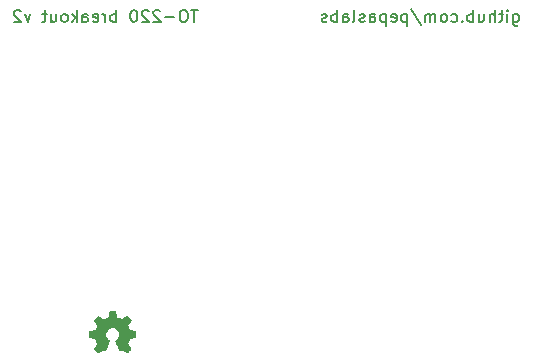
<source format=gbo>
G04 (created by PCBNEW (2013-07-07 BZR 4022)-stable) date 3/26/2014 12:19:48 AM*
%MOIN*%
G04 Gerber Fmt 3.4, Leading zero omitted, Abs format*
%FSLAX34Y34*%
G01*
G70*
G90*
G04 APERTURE LIST*
%ADD10C,0.00590551*%
%ADD11C,0.008*%
%ADD12C,0.0001*%
G04 APERTURE END LIST*
G54D10*
G54D11*
X83835Y-45261D02*
X83607Y-45261D01*
X83721Y-45661D02*
X83721Y-45261D01*
X83397Y-45261D02*
X83321Y-45261D01*
X83283Y-45280D01*
X83245Y-45319D01*
X83226Y-45395D01*
X83226Y-45528D01*
X83245Y-45604D01*
X83283Y-45642D01*
X83321Y-45661D01*
X83397Y-45661D01*
X83435Y-45642D01*
X83473Y-45604D01*
X83492Y-45528D01*
X83492Y-45395D01*
X83473Y-45319D01*
X83435Y-45280D01*
X83397Y-45261D01*
X83054Y-45509D02*
X82749Y-45509D01*
X82578Y-45300D02*
X82559Y-45280D01*
X82521Y-45261D01*
X82426Y-45261D01*
X82388Y-45280D01*
X82369Y-45300D01*
X82349Y-45338D01*
X82349Y-45376D01*
X82369Y-45433D01*
X82597Y-45661D01*
X82349Y-45661D01*
X82197Y-45300D02*
X82178Y-45280D01*
X82140Y-45261D01*
X82045Y-45261D01*
X82007Y-45280D01*
X81988Y-45300D01*
X81969Y-45338D01*
X81969Y-45376D01*
X81988Y-45433D01*
X82216Y-45661D01*
X81969Y-45661D01*
X81721Y-45261D02*
X81683Y-45261D01*
X81645Y-45280D01*
X81626Y-45300D01*
X81607Y-45338D01*
X81588Y-45414D01*
X81588Y-45509D01*
X81607Y-45585D01*
X81626Y-45623D01*
X81645Y-45642D01*
X81683Y-45661D01*
X81721Y-45661D01*
X81759Y-45642D01*
X81778Y-45623D01*
X81797Y-45585D01*
X81816Y-45509D01*
X81816Y-45414D01*
X81797Y-45338D01*
X81778Y-45300D01*
X81759Y-45280D01*
X81721Y-45261D01*
X81111Y-45661D02*
X81111Y-45261D01*
X81111Y-45414D02*
X81073Y-45395D01*
X80997Y-45395D01*
X80959Y-45414D01*
X80940Y-45433D01*
X80921Y-45471D01*
X80921Y-45585D01*
X80940Y-45623D01*
X80959Y-45642D01*
X80997Y-45661D01*
X81073Y-45661D01*
X81111Y-45642D01*
X80749Y-45661D02*
X80749Y-45395D01*
X80749Y-45471D02*
X80730Y-45433D01*
X80711Y-45414D01*
X80673Y-45395D01*
X80635Y-45395D01*
X80350Y-45642D02*
X80388Y-45661D01*
X80464Y-45661D01*
X80502Y-45642D01*
X80521Y-45604D01*
X80521Y-45452D01*
X80502Y-45414D01*
X80464Y-45395D01*
X80388Y-45395D01*
X80350Y-45414D01*
X80330Y-45452D01*
X80330Y-45490D01*
X80521Y-45528D01*
X79988Y-45661D02*
X79988Y-45452D01*
X80007Y-45414D01*
X80045Y-45395D01*
X80121Y-45395D01*
X80159Y-45414D01*
X79988Y-45642D02*
X80026Y-45661D01*
X80121Y-45661D01*
X80159Y-45642D01*
X80178Y-45604D01*
X80178Y-45566D01*
X80159Y-45528D01*
X80121Y-45509D01*
X80026Y-45509D01*
X79988Y-45490D01*
X79797Y-45661D02*
X79797Y-45261D01*
X79759Y-45509D02*
X79645Y-45661D01*
X79645Y-45395D02*
X79797Y-45547D01*
X79416Y-45661D02*
X79454Y-45642D01*
X79473Y-45623D01*
X79492Y-45585D01*
X79492Y-45471D01*
X79473Y-45433D01*
X79454Y-45414D01*
X79416Y-45395D01*
X79359Y-45395D01*
X79321Y-45414D01*
X79302Y-45433D01*
X79283Y-45471D01*
X79283Y-45585D01*
X79302Y-45623D01*
X79321Y-45642D01*
X79359Y-45661D01*
X79416Y-45661D01*
X78940Y-45395D02*
X78940Y-45661D01*
X79111Y-45395D02*
X79111Y-45604D01*
X79092Y-45642D01*
X79054Y-45661D01*
X78997Y-45661D01*
X78959Y-45642D01*
X78940Y-45623D01*
X78807Y-45395D02*
X78654Y-45395D01*
X78750Y-45261D02*
X78750Y-45604D01*
X78730Y-45642D01*
X78692Y-45661D01*
X78654Y-45661D01*
X78254Y-45395D02*
X78159Y-45661D01*
X78064Y-45395D01*
X77930Y-45300D02*
X77911Y-45280D01*
X77873Y-45261D01*
X77778Y-45261D01*
X77740Y-45280D01*
X77721Y-45300D01*
X77702Y-45338D01*
X77702Y-45376D01*
X77721Y-45433D01*
X77950Y-45661D01*
X77702Y-45661D01*
X94345Y-45395D02*
X94345Y-45719D01*
X94364Y-45757D01*
X94383Y-45776D01*
X94421Y-45795D01*
X94478Y-45795D01*
X94516Y-45776D01*
X94345Y-45642D02*
X94383Y-45661D01*
X94459Y-45661D01*
X94497Y-45642D01*
X94516Y-45623D01*
X94535Y-45585D01*
X94535Y-45471D01*
X94516Y-45433D01*
X94497Y-45414D01*
X94459Y-45395D01*
X94383Y-45395D01*
X94345Y-45414D01*
X94154Y-45661D02*
X94154Y-45395D01*
X94154Y-45261D02*
X94173Y-45280D01*
X94154Y-45300D01*
X94135Y-45280D01*
X94154Y-45261D01*
X94154Y-45300D01*
X94021Y-45395D02*
X93869Y-45395D01*
X93964Y-45261D02*
X93964Y-45604D01*
X93945Y-45642D01*
X93907Y-45661D01*
X93869Y-45661D01*
X93735Y-45661D02*
X93735Y-45261D01*
X93564Y-45661D02*
X93564Y-45452D01*
X93583Y-45414D01*
X93621Y-45395D01*
X93678Y-45395D01*
X93716Y-45414D01*
X93735Y-45433D01*
X93202Y-45395D02*
X93202Y-45661D01*
X93373Y-45395D02*
X93373Y-45604D01*
X93354Y-45642D01*
X93316Y-45661D01*
X93259Y-45661D01*
X93221Y-45642D01*
X93202Y-45623D01*
X93011Y-45661D02*
X93011Y-45261D01*
X93011Y-45414D02*
X92973Y-45395D01*
X92897Y-45395D01*
X92859Y-45414D01*
X92840Y-45433D01*
X92821Y-45471D01*
X92821Y-45585D01*
X92840Y-45623D01*
X92859Y-45642D01*
X92897Y-45661D01*
X92973Y-45661D01*
X93011Y-45642D01*
X92649Y-45623D02*
X92630Y-45642D01*
X92649Y-45661D01*
X92669Y-45642D01*
X92649Y-45623D01*
X92649Y-45661D01*
X92288Y-45642D02*
X92326Y-45661D01*
X92402Y-45661D01*
X92440Y-45642D01*
X92459Y-45623D01*
X92478Y-45585D01*
X92478Y-45471D01*
X92459Y-45433D01*
X92440Y-45414D01*
X92402Y-45395D01*
X92326Y-45395D01*
X92288Y-45414D01*
X92059Y-45661D02*
X92097Y-45642D01*
X92116Y-45623D01*
X92135Y-45585D01*
X92135Y-45471D01*
X92116Y-45433D01*
X92097Y-45414D01*
X92059Y-45395D01*
X92002Y-45395D01*
X91964Y-45414D01*
X91945Y-45433D01*
X91926Y-45471D01*
X91926Y-45585D01*
X91945Y-45623D01*
X91964Y-45642D01*
X92002Y-45661D01*
X92059Y-45661D01*
X91754Y-45661D02*
X91754Y-45395D01*
X91754Y-45433D02*
X91735Y-45414D01*
X91697Y-45395D01*
X91640Y-45395D01*
X91602Y-45414D01*
X91583Y-45452D01*
X91583Y-45661D01*
X91583Y-45452D02*
X91564Y-45414D01*
X91526Y-45395D01*
X91469Y-45395D01*
X91430Y-45414D01*
X91411Y-45452D01*
X91411Y-45661D01*
X90935Y-45242D02*
X91278Y-45757D01*
X90802Y-45395D02*
X90802Y-45795D01*
X90802Y-45414D02*
X90764Y-45395D01*
X90688Y-45395D01*
X90649Y-45414D01*
X90630Y-45433D01*
X90611Y-45471D01*
X90611Y-45585D01*
X90630Y-45623D01*
X90649Y-45642D01*
X90688Y-45661D01*
X90764Y-45661D01*
X90802Y-45642D01*
X90288Y-45642D02*
X90326Y-45661D01*
X90402Y-45661D01*
X90440Y-45642D01*
X90459Y-45604D01*
X90459Y-45452D01*
X90440Y-45414D01*
X90402Y-45395D01*
X90326Y-45395D01*
X90288Y-45414D01*
X90269Y-45452D01*
X90269Y-45490D01*
X90459Y-45528D01*
X90097Y-45395D02*
X90097Y-45795D01*
X90097Y-45414D02*
X90059Y-45395D01*
X89983Y-45395D01*
X89945Y-45414D01*
X89926Y-45433D01*
X89907Y-45471D01*
X89907Y-45585D01*
X89926Y-45623D01*
X89945Y-45642D01*
X89983Y-45661D01*
X90059Y-45661D01*
X90097Y-45642D01*
X89564Y-45661D02*
X89564Y-45452D01*
X89583Y-45414D01*
X89621Y-45395D01*
X89697Y-45395D01*
X89735Y-45414D01*
X89564Y-45642D02*
X89602Y-45661D01*
X89697Y-45661D01*
X89735Y-45642D01*
X89754Y-45604D01*
X89754Y-45566D01*
X89735Y-45528D01*
X89697Y-45509D01*
X89602Y-45509D01*
X89564Y-45490D01*
X89392Y-45642D02*
X89354Y-45661D01*
X89278Y-45661D01*
X89240Y-45642D01*
X89221Y-45604D01*
X89221Y-45585D01*
X89240Y-45547D01*
X89278Y-45528D01*
X89335Y-45528D01*
X89373Y-45509D01*
X89392Y-45471D01*
X89392Y-45452D01*
X89373Y-45414D01*
X89335Y-45395D01*
X89278Y-45395D01*
X89240Y-45414D01*
X88992Y-45661D02*
X89030Y-45642D01*
X89049Y-45604D01*
X89049Y-45261D01*
X88669Y-45661D02*
X88669Y-45452D01*
X88688Y-45414D01*
X88726Y-45395D01*
X88802Y-45395D01*
X88840Y-45414D01*
X88669Y-45642D02*
X88707Y-45661D01*
X88802Y-45661D01*
X88840Y-45642D01*
X88859Y-45604D01*
X88859Y-45566D01*
X88840Y-45528D01*
X88802Y-45509D01*
X88707Y-45509D01*
X88669Y-45490D01*
X88478Y-45661D02*
X88478Y-45261D01*
X88478Y-45414D02*
X88440Y-45395D01*
X88364Y-45395D01*
X88326Y-45414D01*
X88307Y-45433D01*
X88288Y-45471D01*
X88288Y-45585D01*
X88307Y-45623D01*
X88326Y-45642D01*
X88364Y-45661D01*
X88440Y-45661D01*
X88478Y-45642D01*
X88135Y-45642D02*
X88097Y-45661D01*
X88021Y-45661D01*
X87983Y-45642D01*
X87964Y-45604D01*
X87964Y-45585D01*
X87983Y-45547D01*
X88021Y-45528D01*
X88078Y-45528D01*
X88116Y-45509D01*
X88135Y-45471D01*
X88135Y-45452D01*
X88116Y-45414D01*
X88078Y-45395D01*
X88021Y-45395D01*
X87983Y-45414D01*
G54D12*
G36*
X81477Y-56707D02*
X81469Y-56703D01*
X81450Y-56691D01*
X81424Y-56674D01*
X81393Y-56653D01*
X81362Y-56632D01*
X81336Y-56615D01*
X81318Y-56603D01*
X81311Y-56599D01*
X81307Y-56600D01*
X81292Y-56608D01*
X81270Y-56619D01*
X81258Y-56625D01*
X81238Y-56634D01*
X81228Y-56636D01*
X81227Y-56633D01*
X81219Y-56618D01*
X81208Y-56592D01*
X81193Y-56558D01*
X81176Y-56518D01*
X81158Y-56475D01*
X81140Y-56431D01*
X81122Y-56389D01*
X81107Y-56351D01*
X81094Y-56321D01*
X81086Y-56299D01*
X81083Y-56290D01*
X81084Y-56288D01*
X81094Y-56279D01*
X81111Y-56266D01*
X81149Y-56235D01*
X81185Y-56189D01*
X81208Y-56137D01*
X81215Y-56079D01*
X81209Y-56026D01*
X81188Y-55975D01*
X81152Y-55928D01*
X81108Y-55894D01*
X81057Y-55872D01*
X81000Y-55865D01*
X80945Y-55871D01*
X80893Y-55892D01*
X80846Y-55927D01*
X80827Y-55950D01*
X80800Y-55997D01*
X80784Y-56047D01*
X80783Y-56059D01*
X80785Y-56115D01*
X80801Y-56168D01*
X80830Y-56215D01*
X80871Y-56254D01*
X80876Y-56258D01*
X80895Y-56272D01*
X80907Y-56281D01*
X80917Y-56289D01*
X80847Y-56459D01*
X80836Y-56486D01*
X80816Y-56532D01*
X80799Y-56572D01*
X80786Y-56604D01*
X80776Y-56625D01*
X80772Y-56634D01*
X80772Y-56634D01*
X80766Y-56635D01*
X80753Y-56630D01*
X80729Y-56619D01*
X80713Y-56611D01*
X80695Y-56602D01*
X80687Y-56599D01*
X80680Y-56603D01*
X80663Y-56614D01*
X80638Y-56631D01*
X80608Y-56651D01*
X80579Y-56671D01*
X80552Y-56689D01*
X80533Y-56701D01*
X80523Y-56706D01*
X80522Y-56706D01*
X80514Y-56701D01*
X80498Y-56689D01*
X80475Y-56667D01*
X80443Y-56635D01*
X80438Y-56630D01*
X80411Y-56602D01*
X80389Y-56579D01*
X80374Y-56563D01*
X80369Y-56556D01*
X80369Y-56556D01*
X80374Y-56546D01*
X80386Y-56527D01*
X80404Y-56500D01*
X80425Y-56469D01*
X80481Y-56387D01*
X80450Y-56310D01*
X80441Y-56287D01*
X80429Y-56258D01*
X80420Y-56238D01*
X80415Y-56229D01*
X80407Y-56226D01*
X80386Y-56221D01*
X80355Y-56214D01*
X80319Y-56208D01*
X80284Y-56201D01*
X80253Y-56195D01*
X80230Y-56191D01*
X80220Y-56189D01*
X80218Y-56187D01*
X80216Y-56182D01*
X80214Y-56172D01*
X80214Y-56153D01*
X80213Y-56123D01*
X80213Y-56079D01*
X80213Y-56075D01*
X80214Y-56033D01*
X80214Y-56000D01*
X80215Y-55979D01*
X80217Y-55971D01*
X80217Y-55971D01*
X80227Y-55968D01*
X80249Y-55964D01*
X80280Y-55957D01*
X80318Y-55950D01*
X80320Y-55950D01*
X80357Y-55943D01*
X80388Y-55936D01*
X80410Y-55931D01*
X80419Y-55928D01*
X80421Y-55926D01*
X80429Y-55911D01*
X80440Y-55888D01*
X80452Y-55860D01*
X80464Y-55831D01*
X80475Y-55804D01*
X80482Y-55785D01*
X80484Y-55776D01*
X80484Y-55776D01*
X80478Y-55767D01*
X80465Y-55747D01*
X80447Y-55721D01*
X80425Y-55689D01*
X80424Y-55686D01*
X80402Y-55655D01*
X80385Y-55628D01*
X80373Y-55609D01*
X80369Y-55601D01*
X80369Y-55600D01*
X80376Y-55591D01*
X80392Y-55573D01*
X80415Y-55549D01*
X80443Y-55521D01*
X80452Y-55513D01*
X80482Y-55483D01*
X80503Y-55463D01*
X80517Y-55453D01*
X80523Y-55450D01*
X80523Y-55451D01*
X80533Y-55456D01*
X80553Y-55469D01*
X80580Y-55488D01*
X80612Y-55509D01*
X80614Y-55511D01*
X80645Y-55532D01*
X80671Y-55550D01*
X80690Y-55562D01*
X80698Y-55567D01*
X80700Y-55567D01*
X80712Y-55563D01*
X80735Y-55556D01*
X80762Y-55545D01*
X80791Y-55533D01*
X80818Y-55522D01*
X80838Y-55513D01*
X80847Y-55508D01*
X80847Y-55507D01*
X80851Y-55496D01*
X80856Y-55472D01*
X80863Y-55440D01*
X80870Y-55401D01*
X80871Y-55395D01*
X80878Y-55358D01*
X80884Y-55327D01*
X80889Y-55305D01*
X80891Y-55296D01*
X80896Y-55295D01*
X80915Y-55294D01*
X80943Y-55293D01*
X80977Y-55293D01*
X81012Y-55293D01*
X81046Y-55294D01*
X81076Y-55295D01*
X81097Y-55296D01*
X81106Y-55298D01*
X81107Y-55299D01*
X81110Y-55310D01*
X81115Y-55334D01*
X81122Y-55366D01*
X81129Y-55405D01*
X81130Y-55412D01*
X81137Y-55449D01*
X81144Y-55480D01*
X81148Y-55501D01*
X81151Y-55509D01*
X81154Y-55511D01*
X81169Y-55518D01*
X81194Y-55528D01*
X81226Y-55541D01*
X81298Y-55570D01*
X81386Y-55509D01*
X81394Y-55504D01*
X81426Y-55482D01*
X81452Y-55465D01*
X81470Y-55453D01*
X81478Y-55449D01*
X81478Y-55449D01*
X81487Y-55457D01*
X81505Y-55473D01*
X81529Y-55497D01*
X81556Y-55524D01*
X81577Y-55545D01*
X81601Y-55570D01*
X81617Y-55586D01*
X81625Y-55597D01*
X81628Y-55604D01*
X81627Y-55608D01*
X81622Y-55617D01*
X81609Y-55636D01*
X81591Y-55663D01*
X81569Y-55694D01*
X81551Y-55721D01*
X81532Y-55750D01*
X81520Y-55771D01*
X81515Y-55782D01*
X81516Y-55786D01*
X81523Y-55803D01*
X81533Y-55830D01*
X81546Y-55861D01*
X81577Y-55931D01*
X81623Y-55939D01*
X81651Y-55945D01*
X81690Y-55952D01*
X81727Y-55959D01*
X81785Y-55971D01*
X81787Y-56183D01*
X81778Y-56187D01*
X81769Y-56190D01*
X81748Y-56194D01*
X81717Y-56200D01*
X81681Y-56207D01*
X81650Y-56213D01*
X81619Y-56219D01*
X81597Y-56223D01*
X81587Y-56225D01*
X81584Y-56229D01*
X81576Y-56244D01*
X81565Y-56268D01*
X81553Y-56297D01*
X81541Y-56326D01*
X81530Y-56354D01*
X81522Y-56375D01*
X81519Y-56386D01*
X81523Y-56394D01*
X81535Y-56412D01*
X81552Y-56438D01*
X81573Y-56469D01*
X81595Y-56500D01*
X81612Y-56527D01*
X81625Y-56546D01*
X81630Y-56554D01*
X81627Y-56560D01*
X81615Y-56575D01*
X81592Y-56599D01*
X81557Y-56634D01*
X81551Y-56639D01*
X81524Y-56666D01*
X81500Y-56687D01*
X81484Y-56702D01*
X81477Y-56707D01*
X81477Y-56707D01*
G37*
M02*

</source>
